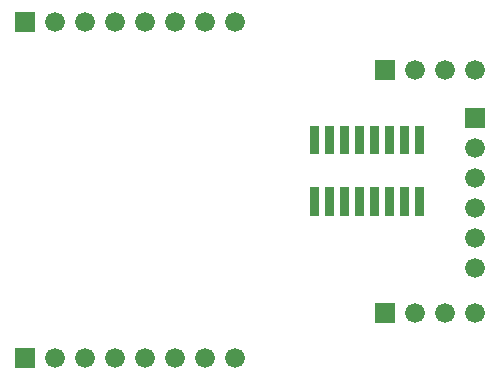
<source format=gbr>
G04 start of page 5 for group -4062 idx -4062 *
G04 Title: (unknown), soldermask *
G04 Creator: pcb 20091103 *
G04 CreationDate: Mon 21 Mar 2011 07:49:43 AM GMT UTC *
G04 For: gjhurlbu *
G04 Format: Gerber/RS-274X *
G04 PCB-Dimensions: 600000 500000 *
G04 PCB-Coordinate-Origin: lower left *
%MOIN*%
%FSLAX25Y25*%
%LNBACKMASK*%
%ADD12C,0.0200*%
%ADD19C,0.0660*%
%ADD23R,0.0300X0.0300*%
G54D12*G36*
X38700Y417300D02*Y410700D01*
X45300D01*
Y417300D01*
X38700D01*
G37*
G36*
Y305300D02*Y298700D01*
X45300D01*
Y305300D01*
X38700D01*
G37*
G54D19*X52000Y414000D03*
Y302000D03*
X62000Y414000D03*
Y302000D03*
X72000Y414000D03*
Y302000D03*
X82000D03*
X92000D03*
X102000D03*
X112000D03*
X82000Y414000D03*
X92000D03*
X102000D03*
X112000D03*
G54D12*G36*
X188700Y385300D02*Y378700D01*
X195300D01*
Y385300D01*
X188700D01*
G37*
G54D19*X192000Y372000D03*
Y362000D03*
Y352000D03*
Y342000D03*
Y332000D03*
G54D12*G36*
X158700Y320300D02*Y313700D01*
X165300D01*
Y320300D01*
X158700D01*
G37*
G54D19*X172000Y317000D03*
X182000D03*
X192000D03*
G54D12*G36*
X158700Y401300D02*Y394700D01*
X165300D01*
Y401300D01*
X158700D01*
G37*
G54D19*X172000Y398000D03*
X182000D03*
X192000D03*
G54D23*X173500Y357500D02*Y351000D01*
X168500Y357500D02*Y351000D01*
X163500Y357500D02*Y351000D01*
X158500Y357500D02*Y351000D01*
X153500Y357500D02*Y351000D01*
X138500Y378000D02*Y371500D01*
Y357500D02*Y351000D01*
X143500Y378000D02*Y371500D01*
Y357500D02*Y351000D01*
X148500Y378000D02*Y371500D01*
Y357500D02*Y351000D01*
X153500Y378000D02*Y371500D01*
X158500Y378000D02*Y371500D01*
X163500Y378000D02*Y371500D01*
X168500Y378000D02*Y371500D01*
X173500Y378000D02*Y371500D01*
M02*

</source>
